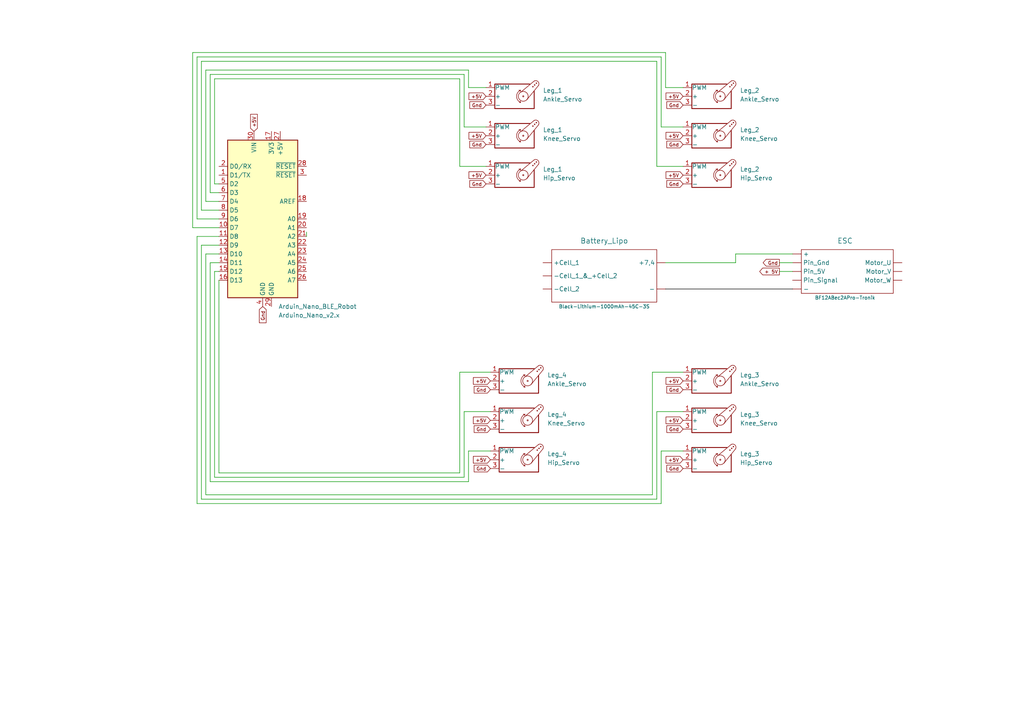
<source format=kicad_sch>
(kicad_sch (version 20211123) (generator eeschema)
  (paper "A4")
  (title_block (title "Spider Bot ") (date "2023-01-26") (company "Elisa Aerospace Bordeaux") (comment 3 "Created under arduino nano BLE and paired with a remote control") (comment 4 "Electrical diagram of a quadruped robot "))
  (lib_symbols
    (symbol "MCU_Module:Arduino_Nano_v2.x"
      (property "Reference" "A" (at -10.16 23.495 0))
      (property "Value" "Arduino_Nano_v2.x" (at 5.08 -24.13 0))
      (symbol "Arduino_Nano_v2.x_0_1"
        (rectangle (start -10.16 22.86) (end 10.16 -22.86) (stroke (width 0.254)) (fill (type background)))
      )
      (symbol "Arduino_Nano_v2.x_1_1"
        (pin bidirectional line (at -12.7 12.7 0) (length 2.54) (name "D1/TX") (number "1"))
        (pin bidirectional line (at -12.7 -2.54 0) (length 2.54) (name "D7") (number "10"))
        (pin bidirectional line (at -12.7 -5.08 0) (length 2.54) (name "D8") (number "11"))
        (pin bidirectional line (at -12.7 -7.62 0) (length 2.54) (name "D9") (number "12"))
        (pin bidirectional line (at -12.7 -10.16 0) (length 2.54) (name "D10") (number "13"))
        (pin bidirectional line (at -12.7 -12.7 0) (length 2.54) (name "D11") (number "14"))
        (pin bidirectional line (at -12.7 -15.24 0) (length 2.54) (name "D12") (number "15"))
        (pin bidirectional line (at -12.7 -17.78 0) (length 2.54) (name "D13") (number "16"))
        (pin power_out line (at 2.54 25.4 270) (length 2.54) (name "3V3") (number "17"))
        (pin input line (at 12.7 5.08 180) (length 2.54) (name "AREF") (number "18"))
        (pin bidirectional line (at 12.7 0 180) (length 2.54) (name "A0") (number "19"))
        (pin bidirectional line (at -12.7 15.24 0) (length 2.54) (name "D0/RX") (number "2"))
        (pin bidirectional line (at 12.7 -2.54 180) (length 2.54) (name "A1") (number "20"))
        (pin bidirectional line (at 12.7 -5.08 180) (length 2.54) (name "A2") (number "21"))
        (pin bidirectional line (at 12.7 -7.62 180) (length 2.54) (name "A3") (number "22"))
        (pin bidirectional line (at 12.7 -10.16 180) (length 2.54) (name "A4") (number "23"))
        (pin bidirectional line (at 12.7 -12.7 180) (length 2.54) (name "A5") (number "24"))
        (pin bidirectional line (at 12.7 -15.24 180) (length 2.54) (name "A6") (number "25"))
        (pin bidirectional line (at 12.7 -17.78 180) (length 2.54) (name "A7") (number "26"))
        (pin power_out line (at 5.08 25.4 270) (length 2.54) (name "+5V") (number "27"))
        (pin input line (at 12.7 15.24 180) (length 2.54) (name "~{RESET}") (number "28"))
        (pin power_in line (at 2.54 -25.4 90) (length 2.54) (name "GND") (number "29"))
        (pin input line (at 12.7 12.7 180) (length 2.54) (name "~{RESET}") (number "3"))
        (pin power_in line (at -2.54 25.4 270) (length 2.54) (name "VIN") (number "30"))
        (pin power_in line (at 0 -25.4 90) (length 2.54) (name "GND") (number "4"))
        (pin bidirectional line (at -12.7 10.16 0) (length 2.54) (name "D2") (number "5"))
        (pin bidirectional line (at -12.7 7.62 0) (length 2.54) (name "D3") (number "6"))
        (pin bidirectional line (at -12.7 5.08 0) (length 2.54) (name "D4") (number "7"))
        (pin bidirectional line (at -12.7 2.54 0) (length 2.54) (name "D5") (number "8"))
        (pin bidirectional line (at -12.7 0 0) (length 2.54) (name "D6") (number "9"))
      )
    )
    (symbol "Motor:Motor_Servo" (pin_names (offset 0.0254))
      (property "Reference" "M" (at -5.08 4.445 0))
      (property "Value" "Motor_Servo" (at -5.08 -4.064 0))
      (symbol "Motor_Servo_0_1"
        (polyline (pts (xy 2.413 -1.778) (xy 2.032 -1.778)))
        (polyline (pts (xy 2.413 -1.778) (xy 2.286 -1.397)))
        (polyline (pts (xy 2.413 1.778) (xy 1.905 1.778)))
        (polyline (pts (xy 2.413 1.778) (xy 2.286 1.397)))
        (polyline (pts (xy 6.35 4.445) (xy 2.54 1.27)))
        (polyline (pts (xy 7.62 3.175) (xy 4.191 -1.016)))
        (polyline (pts (xy 5.08 3.556) (xy -5.08 3.556) (xy -5.08 -3.556) (xy 6.35 -3.556) (xy 6.35 1.524)) (stroke (width 0.254)))
        (arc (start 2.413 1.778) (mid 1.2406 0) (end 2.413 -1.778))
        (circle (center 3.175 0) (radius 0.1778))
        (circle (center 3.175 0) (radius 1.4224))
        (circle (center 5.969 2.794) (radius 0.127))
        (circle (center 6.477 3.302) (radius 0.127))
        (circle (center 6.985 3.81) (radius 0.127))
        (arc (start 7.62 3.175) (mid 7.4485 4.2735) (end 6.35 4.445))
      )
      (symbol "Motor_Servo_1_1"
        (pin passive line (at -7.62 2.54 0) (length 2.54) (name "PWM") (number "1"))
        (pin passive line (at -7.62 0 0) (length 2.54) (name "+") (number "2"))
        (pin passive line (at -7.62 -2.54 0) (length 2.54) (name "-") (number "3"))
      )
    )
    (symbol "Mylib:Battery_Lipo"
      (property "Reference" "Black-Lithium-1000mAh-45C-3S" (at 0 -8.89 0))
      (property "Value" "Battery_Lipo" (at 0 10.16 0))
      (symbol "Battery_Lipo_0_1"
        (rectangle (start -15.24 7.62) (end 15.24 -7.62))
      )
      (symbol "Battery_Lipo_1_1"
        (pin power_out line (at -17.78 3.81 0) (length 2.54) (name "+7,4") (number ""))
        (pin input line (at 17.78 3.81 180) (length 2.54) (name "+Cell_1") (number ""))
        (pin input line (at -17.78 -3.81 0) (length 2.54) (name "-") (number ""))
        (pin input line (at 17.78 0 180) (length 2.54) (name "-Cell_1_&_+Cell_2") (number ""))
        (pin input line (at 17.78 -3.81 180) (length 2.54) (name "-Cell_2") (number ""))
      )
    )
    (symbol "Mylib:ESC"
      (property "Reference" "BF12ABec2APro-Tronik" (at 0 -7.62 0))
      (property "Value" "ESC" (at 0 8.89 0))
      (symbol "ESC_0_1"
        (rectangle (start -12.7 6.35) (end 13.97 -6.35))
      )
      (symbol "ESC_1_1"
        (pin power_in line (at -15.24 5.08 0) (length 2.54) (name "+") (number ""))
        (pin power_out line (at -15.24 -5.08 0) (length 2.54) (name "-") (number ""))
        (pin output line (at 16.51 2.54 180) (length 2.54) (name "Motor_U") (number ""))
        (pin output line (at 16.51 0 180) (length 2.54) (name "Motor_V") (number ""))
        (pin output line (at 16.51 -2.54 180) (length 2.54) (name "Motor_W") (number ""))
        (pin output line (at -15.24 0 0) (length 2.54) (name "Pin_5V") (number ""))
        (pin output line (at -15.24 2.54 0) (length 2.54) (name "Pin_Gnd") (number ""))
        (pin input line (at -15.24 -2.54 0) (length 2.54) (name "Pin_Signal") (number ""))
      )
    )
  )
  (wire (pts (xy 134.62 21.59) (xy 134.62 36.83)))
  (wire (pts (xy 55.88 66.04) (xy 55.88 15.24)))
  (wire (pts (xy 133.35 137.16) (xy 133.35 107.95)))
  (wire (pts (xy 193.04 15.24) (xy 193.04 25.4)))
  (wire (pts (xy 60.96 55.88) (xy 60.96 21.59)))
  (wire (pts (xy 190.5 144.78) (xy 190.5 119.38)))
  (wire (pts (xy 135.89 25.4) (xy 140.97 25.4)))
  (wire (pts (xy 189.23 143.51) (xy 189.23 107.95)))
  (wire (pts (xy 55.88 15.24) (xy 193.04 15.24)))
  (wire (pts (xy 63.5 63.5) (xy 57.15 63.5)))
  (wire (pts (xy 191.77 36.83) (xy 198.12 36.83)))
  (wire (pts (xy 190.5 119.38) (xy 198.12 119.38)))
  (wire (pts (xy 60.96 76.2) (xy 60.96 139.7)))
  (wire (pts (xy 193.04 76.2) (xy 213.36 76.2)))
  (wire (pts (xy 133.35 22.86) (xy 133.35 48.26)))
  (wire (pts (xy 229.87 76.2) (xy 226.06 76.2)))
  (wire (pts (xy 57.15 146.05) (xy 191.77 146.05)))
  (wire (pts (xy 59.69 58.42) (xy 59.69 20.32)))
  (wire (pts (xy 58.42 60.96) (xy 58.42 17.78)))
  (wire (pts (xy 58.42 71.12) (xy 58.42 144.78)))
  (wire (pts (xy 191.77 130.81) (xy 198.12 130.81)))
  (wire (pts (xy 133.35 107.95) (xy 142.24 107.95)))
  (wire (pts (xy 191.77 16.51) (xy 191.77 36.83)))
  (wire (pts (xy 58.42 17.78) (xy 190.5 17.78)))
  (wire (pts (xy 190.5 17.78) (xy 190.5 48.26)))
  (wire (pts (xy 135.89 130.81) (xy 142.24 130.81)))
  (wire (pts (xy 63.5 58.42) (xy 59.69 58.42)))
  (wire (pts (xy 63.5 137.16) (xy 133.35 137.16)))
  (wire (pts (xy 190.5 48.26) (xy 198.12 48.26)))
  (wire (pts (xy 213.36 73.66) (xy 229.87 73.66)))
  (wire (pts (xy 63.5 68.58) (xy 57.15 68.58)))
  (wire (pts (xy 62.23 78.74) (xy 62.23 138.43)))
  (wire (pts (xy 135.89 20.32) (xy 135.89 25.4)))
  (wire (pts (xy 135.89 139.7) (xy 135.89 130.81)))
  (wire (pts (xy 63.5 71.12) (xy 58.42 71.12)))
  (wire (pts (xy 63.5 53.34) (xy 62.23 53.34)))
  (wire (pts (xy 59.69 20.32) (xy 135.89 20.32)))
  (wire (pts (xy 59.69 73.66) (xy 59.69 143.51)))
  (wire (pts (xy 59.69 143.51) (xy 189.23 143.51)))
  (wire (pts (xy 134.62 119.38) (xy 142.24 119.38)))
  (wire (pts (xy 134.62 36.83) (xy 140.97 36.83)))
  (wire (pts (xy 57.15 16.51) (xy 191.77 16.51)))
  (wire (pts (xy 213.36 76.2) (xy 213.36 73.66)))
  (wire (pts (xy 60.96 21.59) (xy 134.62 21.59)))
  (wire (pts (xy 63.5 73.66) (xy 59.69 73.66)))
  (wire (pts (xy 57.15 68.58) (xy 57.15 146.05)))
  (wire (pts (xy 189.23 107.95) (xy 198.12 107.95)))
  (wire (pts (xy 62.23 53.34) (xy 62.23 22.86)))
  (wire (pts (xy 193.04 25.4) (xy 198.12 25.4)))
  (wire (pts (xy 60.96 139.7) (xy 135.89 139.7)))
  (wire (pts (xy 63.5 78.74) (xy 62.23 78.74)))
  (wire (pts (xy 62.23 138.43) (xy 134.62 138.43)))
  (wire (pts (xy 191.77 146.05) (xy 191.77 130.81)))
  (wire (pts (xy 88.9 67.31) (xy 88.9 68.58)))
  (wire (pts (xy 63.5 60.96) (xy 58.42 60.96)))
  (wire (pts (xy 193.04 83.82) (xy 229.87 83.82)) (stroke (width 0) (color 0 0 0 1)))
  (wire (pts (xy 63.5 55.88) (xy 60.96 55.88)))
  (wire (pts (xy 57.15 63.5) (xy 57.15 16.51)))
  (wire (pts (xy 134.62 138.43) (xy 134.62 119.38)))
  (wire (pts (xy 63.5 66.04) (xy 55.88 66.04)))
  (wire (pts (xy 133.35 48.26) (xy 140.97 48.26)))
  (wire (pts (xy 58.42 144.78) (xy 190.5 144.78)))
  (wire (pts (xy 63.5 76.2) (xy 60.96 76.2)))
  (wire (pts (xy 229.87 78.74) (xy 226.06 78.74)))
  (wire (pts (xy 63.5 81.28) (xy 63.5 137.16)))
  (wire (pts (xy 62.23 22.86) (xy 133.35 22.86)))
  (global_label "Gnd" (shape input) (at 198.12 113.03 180) (effects (font (size 1 1))) (property "Intersheet References" "${INTERSHEET_REFS}" (effects hide)))
  (global_label "+5V" (shape input) (at 140.97 50.8 180) (effects (font (size 1 1))) (property "Intersheet References" "${INTERSHEET_REFS}" (effects hide)))
  (global_label "+5V" (shape input) (at 73.66 38.1 90) (effects (font (size 1 1))) (property "Intersheet References" "${INTERSHEET_REFS}" (effects hide)))
  (global_label "+ 5V" (shape output) (at 226.06 78.74 180) (effects (font (size 1 1))) (property "Intersheet References" "${INTERSHEET_REFS}" (effects hide)))
  (global_label "+5V" (shape input) (at 198.12 121.92 180) (effects (font (size 1 1))) (property "Intersheet References" "${INTERSHEET_REFS}" (effects hide)))
  (global_label "+5V" (shape input) (at 198.12 110.49 180) (effects (font (size 1 1))) (property "Intersheet References" "${INTERSHEET_REFS}" (effects hide)))
  (global_label "+5V" (shape input) (at 140.97 39.37 180) (effects (font (size 1 1))) (property "Intersheet References" "${INTERSHEET_REFS}" (effects hide)))
  (global_label "+5V" (shape input) (at 198.12 27.94 180) (effects (font (size 1 1))) (property "Intersheet References" "${INTERSHEET_REFS}" (effects hide)))
  (global_label "Gnd" (shape input) (at 142.24 113.03 180) (effects (font (size 1 1))) (property "Intersheet References" "${INTERSHEET_REFS}" (effects hide)))
  (global_label "+5V" (shape input) (at 198.12 39.37 180) (effects (font (size 1 1))) (property "Intersheet References" "${INTERSHEET_REFS}" (effects hide)))
  (global_label "+5V" (shape input) (at 198.12 133.35 180) (effects (font (size 1 1))) (property "Intersheet References" "${INTERSHEET_REFS}" (effects hide)))
  (global_label "Gnd" (shape input) (at 198.12 30.48 180) (effects (font (size 1 1))) (property "Intersheet References" "${INTERSHEET_REFS}" (effects hide)))
  (global_label "Gnd" (shape input) (at 198.12 135.89 180) (effects (font (size 1 1))) (property "Intersheet References" "${INTERSHEET_REFS}" (effects hide)))
  (global_label "Gnd" (shape input) (at 198.12 53.34 180) (effects (font (size 1 1))) (property "Intersheet References" "${INTERSHEET_REFS}" (effects hide)))
  (global_label "+5V" (shape input) (at 142.24 133.35 180) (effects (font (size 1 1))) (property "Intersheet References" "${INTERSHEET_REFS}" (effects hide)))
  (global_label "Gnd" (shape input) (at 142.24 124.46 180) (effects (font (size 1 1))) (property "Intersheet References" "${INTERSHEET_REFS}" (effects hide)))
  (global_label "Gnd" (shape input) (at 142.24 135.89 180) (effects (font (size 1 1))) (property "Intersheet References" "${INTERSHEET_REFS}" (effects hide)))
  (global_label "Gnd" (shape input) (at 198.12 124.46 180) (effects (font (size 1 1))) (property "Intersheet References" "${INTERSHEET_REFS}" (effects hide)))
  (global_label "Gnd" (shape input) (at 76.2 88.9 270) (effects (font (size 1 1))) (property "Intersheet References" "${INTERSHEET_REFS}" (effects hide)))
  (global_label "+5V" (shape input) (at 142.24 110.49 180) (effects (font (size 1 1))) (property "Intersheet References" "${INTERSHEET_REFS}" (effects hide)))
  (global_label "Gnd" (shape input) (at 140.97 53.34 180) (effects (font (size 1 1))) (property "Intersheet References" "${INTERSHEET_REFS}" (effects hide)))
  (global_label "+5V" (shape input) (at 142.24 121.92 180) (effects (font (size 1 1))) (property "Intersheet References" "${INTERSHEET_REFS}" (effects hide)))
  (global_label "Gnd" (shape input) (at 198.12 41.91 180) (effects (font (size 1 1))) (property "Intersheet References" "${INTERSHEET_REFS}" (effects hide)))
  (global_label "+5V" (shape input) (at 198.12 50.8 180) (effects (font (size 1 1))) (property "Intersheet References" "${INTERSHEET_REFS}" (effects hide)))
  (global_label "Gnd" (shape input) (at 140.97 30.48 180) (effects (font (size 1 1))) (property "Intersheet References" "${INTERSHEET_REFS}" (effects hide)))
  (global_label "+5V" (shape input) (at 140.97 27.94 180) (effects (font (size 1 1))) (property "Intersheet References" "${INTERSHEET_REFS}" (effects hide)))
  (global_label "Gnd" (shape output) (at 226.06 76.2 180) (effects (font (size 1 1))) (property "Intersheet References" "${INTERSHEET_REFS}" (effects hide)))
  (global_label "Gnd" (shape input) (at 140.97 41.91 180) (effects (font (size 1 1))) (property "Intersheet References" "${INTERSHEET_REFS}" (effects hide)))
  (symbol (lib_id "Motor:Motor_Servo") (at 149.86 133.35 0) (unit 1)
    (property "Reference" "Leg_4" (at 158.75 131.6465 0) (effects (justify left)))
    (property "Value" "Hip_Servo" (at 158.75 134.1865 0) (effects (justify left)))
    (property "Datasheet" "http://forums.parallax.com/uploads/attachments/46831/74481.png" (effects hide))
  )
  (symbol (lib_id "Mylib:ESC") (at 245.11 78.74 0) (unit 1)
    (property "Reference" "BF12ABec2APro-Tronik" (at 245.11 86.36 0) (effects (font (size 1 1))))
    (property "Value" "ESC" (at 245.11 69.85 0) (effects (font (size 1.5 1.5))))
  )
  (symbol (lib_id "Mylib:Battery_Lipo") (at 175.26 80.01 0) (mirror y) (unit 1)
    (property "Reference" "Black-Lithium-1000mAh-45C-3S" (at 175.26 88.9 0) (effects (font (size 1 1))))
    (property "Value" "Battery_Lipo" (at 175.26 69.85 0) (effects (font (size 1.5 1.5))))
  )
  (symbol (lib_id "Motor:Motor_Servo") (at 205.74 110.49 0) (unit 1)
    (property "Reference" "Leg_3" (at 214.63 108.7865 0) (effects (justify left)))
    (property "Value" "Ankle_Servo" (at 214.63 111.3265 0) (effects (justify left)))
    (property "Datasheet" "http://forums.parallax.com/uploads/attachments/46831/74481.png" (effects hide))
  )
  (symbol (lib_id "Motor:Motor_Servo") (at 149.86 121.92 0) (unit 1)
    (property "Reference" "Leg_4" (at 158.75 120.2165 0) (effects (justify left)))
    (property "Value" "Knee_Servo" (at 158.75 122.7565 0) (effects (justify left)))
    (property "Datasheet" "http://forums.parallax.com/uploads/attachments/46831/74481.png" (effects hide))
  )
  (symbol (lib_id "Motor:Motor_Servo") (at 205.74 121.92 0) (unit 1)
    (property "Reference" "Leg_3" (at 214.63 120.2165 0) (effects (justify left)))
    (property "Value" "Knee_Servo" (at 214.63 122.7565 0) (effects (justify left)))
    (property "Datasheet" "http://forums.parallax.com/uploads/attachments/46831/74481.png" (effects hide))
  )
  (symbol (lib_id "Motor:Motor_Servo") (at 148.59 27.94 0) (unit 1)
    (property "Reference" "Leg_1" (at 157.48 26.2365 0) (effects (justify left)))
    (property "Value" "Ankle_Servo" (at 157.48 28.7765 0) (effects (justify left)))
    (property "Datasheet" "http://forums.parallax.com/uploads/attachments/46831/74481.png" (effects hide))
  )
  (symbol (lib_id "Motor:Motor_Servo") (at 205.74 39.37 0) (unit 1)
    (property "Reference" "Leg_2" (at 214.63 37.6665 0) (effects (justify left)))
    (property "Value" "Knee_Servo" (at 214.63 40.2065 0) (effects (justify left)))
    (property "Datasheet" "http://forums.parallax.com/uploads/attachments/46831/74481.png" (effects hide))
  )
  (symbol (lib_id "Motor:Motor_Servo") (at 149.86 110.49 0) (unit 1)
    (property "Reference" "Leg_4" (at 158.75 108.7865 0) (effects (justify left)))
    (property "Value" "Ankle_Servo" (at 158.75 111.3265 0) (effects (justify left)))
    (property "Datasheet" "http://forums.parallax.com/uploads/attachments/46831/74481.png" (effects hide))
  )
  (symbol (lib_id "Motor:Motor_Servo") (at 148.59 50.8 0) (unit 1)
    (property "Reference" "Leg_1" (at 157.48 49.0965 0) (effects (justify left)))
    (property "Value" "Hip_Servo" (at 157.48 51.6365 0) (effects (justify left)))
    (property "Datasheet" "http://forums.parallax.com/uploads/attachments/46831/74481.png" (effects hide))
  )
  (symbol (lib_id "Motor:Motor_Servo") (at 148.59 39.37 0) (unit 1)
    (property "Reference" "Leg_1" (at 157.48 37.6665 0) (effects (justify left)))
    (property "Value" "Knee_Servo" (at 157.48 40.2065 0) (effects (justify left)))
    (property "Datasheet" "http://forums.parallax.com/uploads/attachments/46831/74481.png" (effects hide))
  )
  (symbol (lib_id "Motor:Motor_Servo") (at 205.74 27.94 0) (unit 1)
    (property "Reference" "Leg_2" (at 214.63 26.2365 0) (effects (justify left)))
    (property "Value" "Ankle_Servo" (at 214.63 28.7765 0) (effects (justify left)))
    (property "Datasheet" "http://forums.parallax.com/uploads/attachments/46831/74481.png" (effects hide))
  )
  (symbol (lib_id "Motor:Motor_Servo") (at 205.74 133.35 0) (unit 1)
    (property "Reference" "Leg_3" (at 214.63 131.6465 0) (effects (justify left)))
    (property "Value" "Hip_Servo" (at 214.63 134.1865 0) (effects (justify left)))
    (property "Datasheet" "http://forums.parallax.com/uploads/attachments/46831/74481.png" (effects hide))
  )
  (symbol (lib_id "Motor:Motor_Servo") (at 205.74 50.8 0) (unit 1)
    (property "Reference" "Leg_2" (at 214.63 49.0965 0) (effects (justify left)))
    (property "Value" "Hip_Servo" (at 214.63 51.6365 0) (effects (justify left)))
    (property "Datasheet" "http://forums.parallax.com/uploads/attachments/46831/74481.png" (effects hide))
  )
  (symbol (lib_id "MCU_Module:Arduino_Nano_v2.x") (at 76.2 63.5 0) (unit 1)
    (property "Reference" "Arduin_Nano_BLE_Robot" (at 80.7594 88.9 0) (effects (justify left)))
    (property "Value" "Arduino_Nano_v2.x" (at 80.7594 91.44 0) (effects (justify left)))
    (property "Footprint" "Module:Arduino_Nano" (effects hide))
    (property "Datasheet" "https://www.arduino.cc/en/uploads/Main/ArduinoNanoManual23.pdf" (effects hide))
  )
)
</source>
